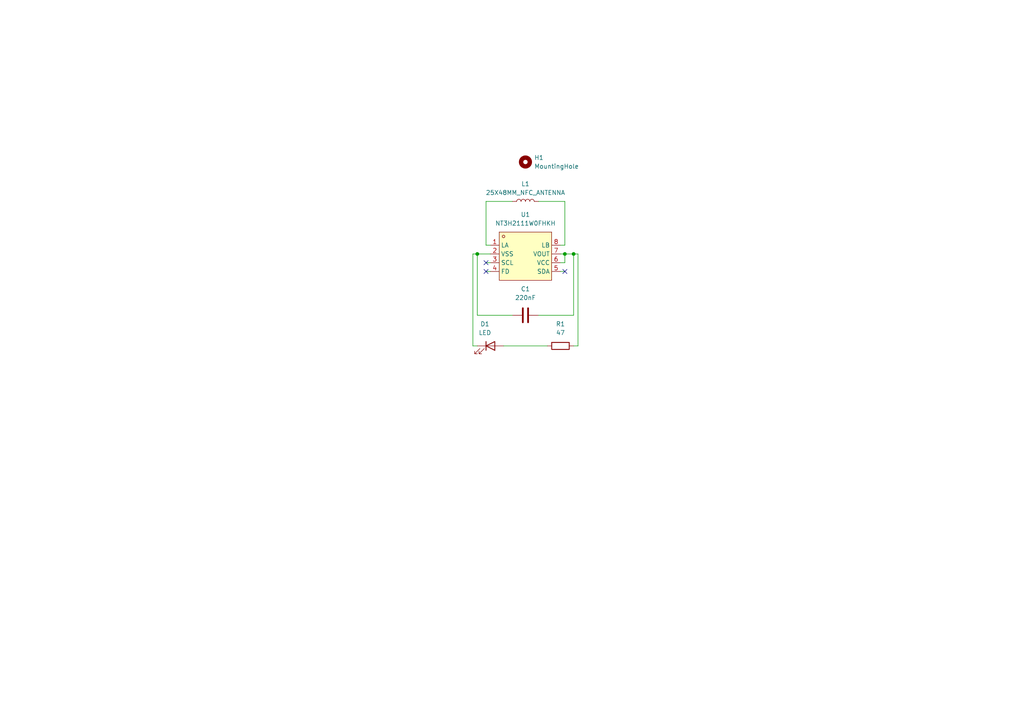
<source format=kicad_sch>
(kicad_sch (version 20250114) (generator "eeschema") (generator_version "9.0")
  (paper "A4")
  (lib_symbols
    (symbol "Device:C" (pin_numbers (hide yes)) (pin_names (offset 0.254))
      (property "Reference" "C" (at 0.635 2.54 0))
      (property "Value" "C" (at 0.635 -2.54 0))
      (symbol "C_0_1"
        (polyline (pts (xy -2.032 0.762) (xy 2.032 0.762)) (stroke (width 0.508)))
        (polyline (pts (xy -2.032 -0.762) (xy 2.032 -0.762)) (stroke (width 0.508)))
      )
      (symbol "C_1_1"
        (pin passive line (at 0 3.81 270) (length 2.794) (name "~") (number "1"))
        (pin passive line (at 0 -3.81 90) (length 2.794) (name "~") (number "2"))
      )
    )
    (symbol "Device:L" (pin_numbers (hide yes)) (pin_names (offset 1.016) (hide yes))
      (property "Reference" "L" (at -1.27 0 90))
      (property "Value" "L" (at 1.905 0 90))
      (symbol "L_0_1"
        (arc (start 0 2.54) (mid 0.6323 1.905) (end 0 1.27))
        (arc (start 0 1.27) (mid 0.6323 0.635) (end 0 0))
        (arc (start 0 0) (mid 0.6323 -0.635) (end 0 -1.27))
        (arc (start 0 -1.27) (mid 0.6323 -1.905) (end 0 -2.54))
      )
      (symbol "L_1_1"
        (pin passive line (at 0 3.81 270) (length 1.27) (name "1") (number "1"))
        (pin passive line (at 0 -3.81 90) (length 1.27) (name "2") (number "2"))
      )
    )
    (symbol "Device:LED" (pin_numbers (hide yes)) (pin_names (offset 1.016) (hide yes))
      (property "Reference" "D" (at 0 2.54 0))
      (property "Value" "LED" (at 0 -2.54 0))
      (symbol "LED_0_1"
        (polyline (pts (xy -3.048 -0.762) (xy -4.572 -2.286) (xy -3.81 -2.286) (xy -4.572 -2.286) (xy -4.572 -1.524)))
        (polyline (pts (xy -1.778 -0.762) (xy -3.302 -2.286) (xy -2.54 -2.286) (xy -3.302 -2.286) (xy -3.302 -1.524)))
        (polyline (pts (xy -1.27 0) (xy 1.27 0)))
        (polyline (pts (xy -1.27 -1.27) (xy -1.27 1.27)) (stroke (width 0.254)))
        (polyline (pts (xy 1.27 -1.27) (xy 1.27 1.27) (xy -1.27 0) (xy 1.27 -1.27)) (stroke (width 0.254)))
      )
      (symbol "LED_1_1"
        (pin passive line (at -3.81 0 0) (length 2.54) (name "K") (number "1"))
        (pin passive line (at 3.81 0 180) (length 2.54) (name "A") (number "2"))
      )
    )
    (symbol "Device:R" (pin_numbers (hide yes)) (pin_names (offset 0))
      (property "Reference" "R" (at 2.032 0 90))
      (property "Value" "R" (at 0 0 90))
      (symbol "R_0_1"
        (rectangle (start -1.016 -2.54) (end 1.016 2.54) (stroke (width 0.254)))
      )
      (symbol "R_1_1"
        (pin passive line (at 0 3.81 270) (length 1.27) (name "~") (number "1"))
        (pin passive line (at 0 -3.81 90) (length 1.27) (name "~") (number "2"))
      )
    )
    (symbol "Mechanical:MountingHole" (pin_names (offset 1.016)) (in_bom no)
      (property "Reference" "H" (at 0 5.08 0))
      (property "Value" "MountingHole" (at 0 3.175 0))
      (symbol "MountingHole_0_1"
        (circle (center 0 0) (radius 1.27) (stroke (width 1.27)))
      )
    )
    (symbol "kicad_why:NT3H2111W0FHKH"
      (property "Reference" "U" (at 0 8.89 0))
      (property "Value" "NT3H2111W0FHKH" (at 0 -8.89 0))
      (symbol "NT3H2111W0FHKH_0_1"
        (rectangle (start -7.62 7.62) (end 7.62 -6.35) (fill (type background)))
        (circle (center -6.35 6.35) (radius 0.38))
        (pin unspecified line (at -10.16 3.81 0) (length 2.54) (name "LA") (number "1"))
        (pin unspecified line (at -10.16 1.27 0) (length 2.54) (name "VSS") (number "2"))
        (pin unspecified line (at -10.16 -1.27 0) (length 2.54) (name "SCL") (number "3"))
        (pin unspecified line (at -10.16 -3.81 0) (length 2.54) (name "FD") (number "4"))
        (pin unspecified line (at 10.16 3.81 180) (length 2.54) (name "LB") (number "8"))
        (pin unspecified line (at 10.16 1.27 180) (length 2.54) (name "VOUT") (number "7"))
        (pin unspecified line (at 10.16 -1.27 180) (length 2.54) (name "VCC") (number "6"))
        (pin unspecified line (at 10.16 -3.81 180) (length 2.54) (name "SDA") (number "5"))
      )
    )
  )
  (junction (at 138.43 73.66))
  (junction (at 166.37 73.66))
  (junction (at 163.83 73.66))
  (no_connect (at 140.97 78.74))
  (no_connect (at 163.83 78.74))
  (no_connect (at 140.97 76.2))
  (wire (pts (xy 138.43 91.44) (xy 148.59 91.44)))
  (wire (pts (xy 167.64 100.33) (xy 167.64 73.66)))
  (wire (pts (xy 163.83 78.74) (xy 162.56 78.74)))
  (wire (pts (xy 138.43 73.66) (xy 138.43 91.44)))
  (wire (pts (xy 163.83 73.66) (xy 166.37 73.66)))
  (wire (pts (xy 142.24 71.12) (xy 140.97 71.12)))
  (wire (pts (xy 163.83 76.2) (xy 163.83 73.66)))
  (wire (pts (xy 140.97 58.42) (xy 148.59 58.42)))
  (wire (pts (xy 166.37 100.33) (xy 167.64 100.33)))
  (wire (pts (xy 142.24 73.66) (xy 138.43 73.66)))
  (wire (pts (xy 167.64 73.66) (xy 166.37 73.66)))
  (wire (pts (xy 162.56 73.66) (xy 163.83 73.66)))
  (wire (pts (xy 137.16 73.66) (xy 138.43 73.66)))
  (wire (pts (xy 162.56 76.2) (xy 163.83 76.2)))
  (wire (pts (xy 140.97 76.2) (xy 142.24 76.2)))
  (wire (pts (xy 137.16 100.33) (xy 138.43 100.33)))
  (wire (pts (xy 163.83 58.42) (xy 156.21 58.42)))
  (wire (pts (xy 146.05 100.33) (xy 158.75 100.33)))
  (wire (pts (xy 137.16 100.33) (xy 137.16 73.66)))
  (wire (pts (xy 166.37 73.66) (xy 166.37 91.44)))
  (wire (pts (xy 162.56 71.12) (xy 163.83 71.12)))
  (wire (pts (xy 140.97 78.74) (xy 142.24 78.74)))
  (wire (pts (xy 140.97 71.12) (xy 140.97 58.42)))
  (wire (pts (xy 156.21 91.44) (xy 166.37 91.44)))
  (wire (pts (xy 163.83 71.12) (xy 163.83 58.42)))
  (symbol (lib_id "kicad_why:NT3H2111W0FHKH") (at 152.4 74.93 0) (unit 1)
    (property "Reference" "U1" (at 152.4 62.23 0))
    (property "Value" "NT3H2111W0FHKH" (at 152.4 64.77 0))
    (property "Footprint" "kicad_why:XQFN-8_L1.6-W1.6-P0.50-BL_NT3H2111W0FHKH" (effects (hide yes)))
    (property "LCSC Part" "C710403" (effects (hide yes)))
  )
  (symbol (lib_id "Device:R") (at 162.56 100.33 90) (unit 1)
    (property "Reference" "R1" (at 162.56 93.98 90))
    (property "Value" "47" (at 162.56 96.52 90))
    (property "Footprint" "Resistor_SMD:R_0603_1608Metric" (effects (hide yes)))
    (property "Description" "Resistor" (effects (hide yes)))
  )
  (symbol (lib_id "Device:L") (at 152.4 58.42 90) (unit 1)
    (property "Reference" "L1" (at 152.4 53.34 90))
    (property "Value" "25X48MM_NFC_ANTENNA" (at 152.4 55.88 90))
    (property "Footprint" "kicad_why:25X48MM_NFC" (effects (hide yes)))
    (property "Description" "Inductor" (effects (hide yes)))
  )
  (symbol (lib_id "Device:LED") (at 142.24 100.33 0) (unit 1)
    (property "Reference" "D1" (at 140.6525 93.98 0))
    (property "Value" "LED" (at 140.6525 96.52 0))
    (property "Footprint" "LED_SMD:LED_0805_2012Metric" (effects (hide yes)))
    (property "Description" "Light emitting diode" (effects (hide yes)))
    (property "Sim.Pins" "1=K 2=A" (effects (hide yes)))
  )
  (symbol (lib_id "Mechanical:MountingHole") (at 152.4 46.99 0) (unit 1) (in_bom no)
    (property "Reference" "H1" (at 154.94 45.7199 0) (effects (justify left)))
    (property "Value" "MountingHole" (at 154.94 48.2599 0) (effects (justify left)))
    (property "Footprint" "MountingHole:MountingHole_5.3mm_M5" (effects (hide yes)))
    (property "Description" "Mounting Hole without connection" (effects (hide yes)))
  )
  (symbol (lib_id "Device:C") (at 152.4 91.44 90) (unit 1)
    (property "Reference" "C1" (at 152.4 83.82 90))
    (property "Value" "220nF" (at 152.4 86.36 90))
    (property "Footprint" "Capacitor_SMD:C_0603_1608Metric" (effects (hide yes)))
    (property "Description" "Unpolarized capacitor" (effects (hide yes)))
  )
)
</source>
